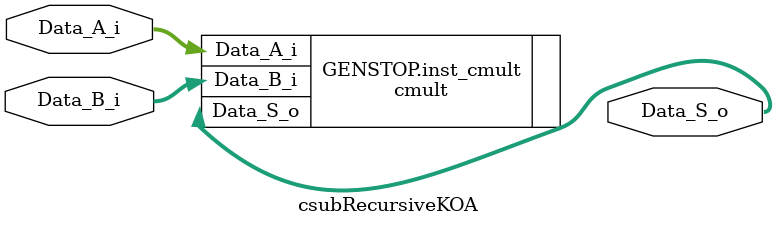
<source format=v>

`timescale 1ns / 1ps

module csubRecursiveKOA
    //#(parameter SW = 24, parameter precision = 0)
    #(parameter SW = 8)
    (
    //    input wire clk,
        input wire [SW-1:0] Data_A_i,
        input wire [SW-1:0] Data_B_i,
        output wire [2*SW-1:0] Data_S_o
    );
  

generate

    //assign i = Stop_I;
    if (SW <= 8) begin : GENSTOP

            cmult #(.SW(SW)) 
            inst_cmult (
             //   .clk(clk),
                .Data_A_i(Data_A_i), 
                .Data_B_i(Data_B_i),
                .Data_S_o(Data_S_o)
             );

    end else begin  : RECURSIVE

reg [2*SW-1:0] sgf_result_o;
///////////////////////////////////////////////////////////
wire [1:0] zero1;
wire [3:0] zero2;
assign zero1 = 2'b00;
assign zero2 = 4'b0000;
///////////////////////////////////////////////////////////
wire [SW/2-1:0] rightside1;
wire [SW/2:0] rightside2;
//Modificacion: Leftside signals are added. They are created as zero fillings as preparation for the final adder.
wire [SW/2-3:0] leftside1;
wire [SW/2-4:0] leftside2;

reg [4*(SW/2)+2:0] Result;

reg [4*(SW/2)-1:0] sgf_r;

localparam half = SW/2;
assign rightside1 = {(SW/2){1'b0}};
assign rightside2 = {(SW/2+1){1'b0}};

assign leftside1 = {(SW/2-4){1'b0}}; //Se le quitan dos bits con respecto al right side, esto porque al sumar, se agregan bits, esos hacen que sea diferente
assign leftside2 = {(SW/2-5){1'b0}};


    case (SW%2)
        0:begin : EVEN1

            reg [SW/2:0] result_A_adder;
            reg [SW/2:0] result_B_adder;
            reg [SW-1:0] Q_left;
            reg [SW-1:0] Q_right;
            reg [SW+1:0] Q_middle;
            reg [2*(SW/2+2)-1:0] S_A;
            reg [SW+1:0] S_B; //SW+2



           always @* begin : EVEN11

                 result_A_adder <= (Data_A_i[((SW/2)-1):0] + Data_A_i[(SW-1) -: SW/2]);

                 result_B_adder <= (Data_B_i[((SW/2)-1):0] + Data_B_i[(SW-1) -: SW/2]);

                 S_B <= (Q_middle - Q_left - Q_right);

                 sgf_result_o <= {leftside1,S_B,rightside1} + {Q_left,Q_right};
                 
           end

         csubRecursiveKOA #(.SW(SW/2)) left(
           //     .clk(clk),
                .Data_A_i(Data_A_i[SW-1:SW-SW/2]),
                .Data_B_i(Data_B_i[SW-1:SW-SW/2]),
                .Data_S_o(Q_left)
            );
            
          csubRecursiveKOA #(.SW(SW/2)) right(
          //      .clk(clk),
                .Data_A_i(Data_A_i[SW-SW/2-1:0]),
                .Data_B_i(Data_B_i[SW-SW/2-1:0]),
                .Data_S_o(Q_right)
            );
        
          csubRecursiveKOA #(.SW((SW/2)+1)) middle (
             //   .clk(clk),
                .Data_A_i(result_A_adder),
                .Data_B_i(result_B_adder),
                .Data_S_o(Q_middle)
            );
                assign Data_S_o = sgf_result_o;
        end
    1:begin : ODD1

                reg [SW/2+1:0] result_A_adder;
                reg [SW/2+1:0] result_B_adder;
                reg [2*(SW/2)-1:0]   Q_left;
                reg [2*(SW/2+1)-1:0] Q_right;
                reg [2*(SW/2+2)-1:0] Q_middle;
                reg [2*(SW/2+2)-1:0] S_A;
                reg [SW+4-1:0] S_B;


            always @* begin : ODD11

                 result_A_adder <= (Data_A_i[SW-SW/2-1:0] + Data_A_i[SW-1:SW-SW/2]);

                 result_B_adder <= Data_B_i[SW-SW/2-1:0] + Data_B_i[SW-1:SW-SW/2];

                 S_B <= (Q_middle - Q_left - Q_right);

                 sgf_result_o<= {leftside2,S_B,rightside2} + {Q_left,Q_right};
                 //sgf_result_o <= Result[2*SW-1:0];
                end

                assign Data_S_o = sgf_result_o;

          csubRecursiveKOA #(.SW(SW/2)) left(
            //    .clk(clk),
                .Data_A_i(Data_A_i[SW-1:SW-SW/2]),
                .Data_B_i(Data_B_i[SW-1:SW-SW/2]),
                .Data_S_o(Q_left)
            );
            
          csubRecursiveKOA #(.SW((SW/2)+1)) right(
          //      .clk(clk),
                .Data_A_i(Data_A_i[SW-SW/2-1:0]),
                .Data_B_i(Data_B_i[SW-SW/2-1:0]),
                .Data_S_o(Q_right)
            );
        
          csubRecursiveKOA #(.SW((SW/2)+2)) middle (
          //      .clk(clk),
                .Data_A_i(result_A_adder),
                .Data_B_i(result_B_adder),
                .Data_S_o(Q_middle)
            );

           end

    endcase

end



endgenerate

endmodule

</source>
